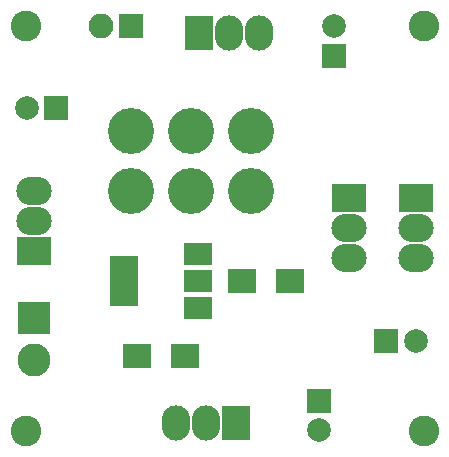
<source format=gbr>
G04 #@! TF.FileFunction,Soldermask,Bot*
%FSLAX46Y46*%
G04 Gerber Fmt 4.6, Leading zero omitted, Abs format (unit mm)*
G04 Created by KiCad (PCBNEW 4.0.7) date 03/19/18 09:27:52*
%MOMM*%
%LPD*%
G01*
G04 APERTURE LIST*
%ADD10C,0.100000*%
%ADD11R,2.400000X2.000000*%
%ADD12R,3.000000X2.400000*%
%ADD13O,3.000000X2.400000*%
%ADD14R,2.400000X3.000000*%
%ADD15O,2.400000X3.000000*%
%ADD16R,2.000000X2.000000*%
%ADD17C,2.000000*%
%ADD18R,2.400000X4.200000*%
%ADD19R,2.400000X1.900000*%
%ADD20C,2.600000*%
%ADD21R,2.100000X2.100000*%
%ADD22O,2.100000X2.100000*%
%ADD23C,2.800000*%
%ADD24R,2.800000X2.800000*%
%ADD25C,3.900120*%
G04 APERTURE END LIST*
D10*
D11*
X130080000Y-83820000D03*
X134080000Y-83820000D03*
X125190000Y-90170000D03*
X121190000Y-90170000D03*
D12*
X112395000Y-81280000D03*
D13*
X112395000Y-78740000D03*
X112395000Y-76200000D03*
D14*
X126365000Y-62865000D03*
D15*
X128905000Y-62865000D03*
X131445000Y-62865000D03*
D12*
X144780000Y-76835000D03*
D13*
X144780000Y-79375000D03*
X144780000Y-81915000D03*
D14*
X129540000Y-95885000D03*
D15*
X127000000Y-95885000D03*
X124460000Y-95885000D03*
D16*
X114300000Y-69215000D03*
D17*
X111800000Y-69215000D03*
D16*
X137795000Y-64770000D03*
D17*
X137795000Y-62270000D03*
D16*
X136525000Y-93980000D03*
D17*
X136525000Y-96480000D03*
D16*
X142240000Y-88900000D03*
D17*
X144740000Y-88900000D03*
D12*
X139065000Y-76835000D03*
D13*
X139065000Y-79375000D03*
X139065000Y-81915000D03*
D18*
X120040000Y-83820000D03*
D19*
X126340000Y-83820000D03*
X126340000Y-86120000D03*
X126340000Y-81520000D03*
D20*
X145415000Y-62230000D03*
X111760000Y-62230000D03*
X111760000Y-96520000D03*
X145415000Y-96520000D03*
D21*
X120650000Y-62230000D03*
D22*
X118110000Y-62230000D03*
D23*
X112395000Y-90495000D03*
D24*
X112395000Y-86995000D03*
D25*
X130810000Y-76200000D03*
X125730000Y-76200000D03*
X120650000Y-76200000D03*
X120650000Y-71120000D03*
X125730000Y-71120000D03*
X130810000Y-71120000D03*
M02*

</source>
